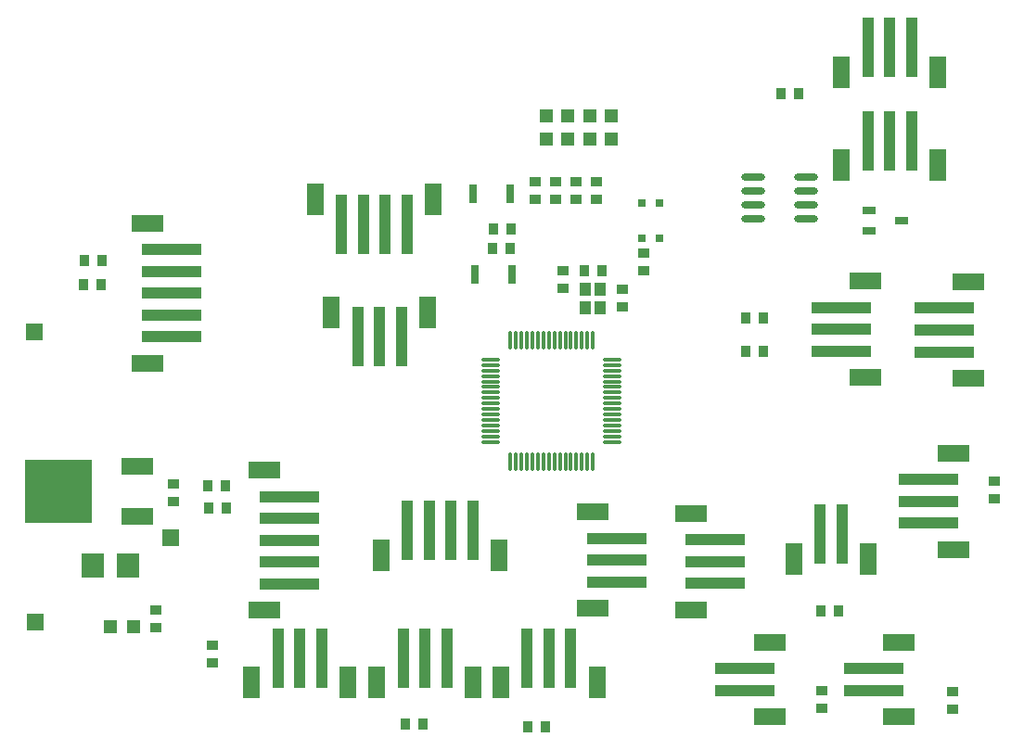
<source format=gtp>
G04*
G04 #@! TF.GenerationSoftware,Altium Limited,Altium Designer,18.1.7 (191)*
G04*
G04 Layer_Color=8421504*
%FSLAX25Y25*%
%MOIN*%
G70*
G01*
G75*
%ADD17R,0.03543X0.03937*%
%ADD18R,0.21654X0.03937*%
%ADD19R,0.11811X0.06299*%
%ADD20R,0.07874X0.08661*%
%ADD21R,0.06299X0.11811*%
%ADD22R,0.03937X0.21654*%
%ADD23R,0.03937X0.03543*%
%ADD24R,0.03150X0.06693*%
%ADD25R,0.06000X0.06000*%
%ADD26O,0.08661X0.02362*%
%ADD27R,0.04724X0.04724*%
%ADD28R,0.04528X0.02559*%
%ADD29R,0.04724X0.04724*%
%ADD30R,0.11811X0.06299*%
%ADD31R,0.24410X0.22835*%
%ADD32R,0.03937X0.04724*%
%ADD33O,0.01181X0.07087*%
%ADD34O,0.07087X0.01181*%
%ADD35R,0.06000X0.06000*%
%ADD36R,0.02953X0.02756*%
D17*
X293500Y184500D02*
D03*
X287201D02*
D03*
X293650Y196500D02*
D03*
X287350D02*
D03*
X171150Y50500D02*
D03*
X164850D02*
D03*
X215150Y49500D02*
D03*
X208850D02*
D03*
X196350Y221500D02*
D03*
X202650D02*
D03*
X100150Y136000D02*
D03*
X93850D02*
D03*
X100650Y128000D02*
D03*
X94350D02*
D03*
X49350Y208500D02*
D03*
X55650D02*
D03*
X49500Y217000D02*
D03*
X55799D02*
D03*
X299850Y277000D02*
D03*
X306150D02*
D03*
X314350Y91000D02*
D03*
X320650D02*
D03*
X196500Y228500D02*
D03*
X202799D02*
D03*
X229350Y213542D02*
D03*
X235650D02*
D03*
D18*
X358500Y200000D02*
D03*
Y192126D02*
D03*
Y184252D02*
D03*
X321500Y184500D02*
D03*
Y192374D02*
D03*
Y200248D02*
D03*
X123201Y100752D02*
D03*
Y108626D02*
D03*
Y116500D02*
D03*
Y124374D02*
D03*
Y132248D02*
D03*
X81000Y189626D02*
D03*
Y197500D02*
D03*
Y205374D02*
D03*
Y213248D02*
D03*
Y221122D02*
D03*
X276358Y100949D02*
D03*
Y108823D02*
D03*
Y116697D02*
D03*
X353000Y138374D02*
D03*
Y130500D02*
D03*
Y122626D02*
D03*
X287000Y70374D02*
D03*
Y62500D02*
D03*
X333299Y70374D02*
D03*
Y62500D02*
D03*
X240969Y117197D02*
D03*
Y109323D02*
D03*
Y101449D02*
D03*
D19*
X367358Y209449D02*
D03*
Y174803D02*
D03*
X330358Y175051D02*
D03*
Y209697D02*
D03*
X114343Y91303D02*
D03*
Y141697D02*
D03*
X72142Y180177D02*
D03*
Y230571D02*
D03*
X267500Y91500D02*
D03*
Y126146D02*
D03*
X361858Y147823D02*
D03*
Y113177D02*
D03*
X295858Y79823D02*
D03*
Y53051D02*
D03*
X342157Y79823D02*
D03*
Y53051D02*
D03*
X232111Y126646D02*
D03*
Y92000D02*
D03*
D20*
X65299Y107500D02*
D03*
X52701D02*
D03*
D21*
X154677Y65343D02*
D03*
X189323D02*
D03*
X173000Y198500D02*
D03*
X138354D02*
D03*
X132500Y239000D02*
D03*
X175020D02*
D03*
X233823Y65343D02*
D03*
X199177D02*
D03*
X321677Y251343D02*
D03*
X356323D02*
D03*
X144323Y65343D02*
D03*
X109677D02*
D03*
X331386Y109843D02*
D03*
X304614D02*
D03*
X198697Y111142D02*
D03*
X156177D02*
D03*
X321677Y284843D02*
D03*
X356323D02*
D03*
D22*
X164126Y74201D02*
D03*
X172000D02*
D03*
X179874D02*
D03*
X163551Y189642D02*
D03*
X155677D02*
D03*
X147803D02*
D03*
X141949Y230142D02*
D03*
X149823D02*
D03*
X157697D02*
D03*
X165571D02*
D03*
X224374Y74201D02*
D03*
X216500D02*
D03*
X208626D02*
D03*
X331126Y260201D02*
D03*
X339000D02*
D03*
X346874D02*
D03*
X134874Y74201D02*
D03*
X127000D02*
D03*
X119126D02*
D03*
X321937Y118701D02*
D03*
X314063D02*
D03*
X339000Y293701D02*
D03*
X331126D02*
D03*
X189248Y120000D02*
D03*
X181374D02*
D03*
X173500D02*
D03*
X165626D02*
D03*
X346874Y293701D02*
D03*
D23*
X95500Y78799D02*
D03*
Y72500D02*
D03*
X361500Y62150D02*
D03*
Y55850D02*
D03*
X314500Y56000D02*
D03*
Y62299D02*
D03*
X376500Y137799D02*
D03*
Y131500D02*
D03*
X221500Y207042D02*
D03*
Y213341D02*
D03*
X242972Y200388D02*
D03*
Y206687D02*
D03*
X250500Y213542D02*
D03*
Y219841D02*
D03*
X226214Y245353D02*
D03*
Y239054D02*
D03*
X218881Y245353D02*
D03*
Y239054D02*
D03*
X233547Y245353D02*
D03*
Y239054D02*
D03*
X211547Y245353D02*
D03*
Y239054D02*
D03*
X75406Y85089D02*
D03*
Y91389D02*
D03*
X81500Y130542D02*
D03*
Y136841D02*
D03*
D24*
X203193Y212000D02*
D03*
X189807D02*
D03*
X202693Y241000D02*
D03*
X189307D02*
D03*
D25*
X31500Y191500D02*
D03*
D26*
X308949Y232000D02*
D03*
Y237000D02*
D03*
Y242000D02*
D03*
Y247000D02*
D03*
X290051Y232000D02*
D03*
Y237000D02*
D03*
Y242000D02*
D03*
Y247000D02*
D03*
D27*
X58866Y85385D02*
D03*
X67134D02*
D03*
D28*
X331693Y227760D02*
D03*
Y235240D02*
D03*
X343307Y231500D02*
D03*
D29*
X223403Y260698D02*
D03*
Y268966D02*
D03*
X231102Y260698D02*
D03*
Y268966D02*
D03*
X238801Y260698D02*
D03*
Y268966D02*
D03*
X215705Y260698D02*
D03*
Y268966D02*
D03*
D30*
X68484Y125195D02*
D03*
Y143187D02*
D03*
D31*
X40217Y134191D02*
D03*
D32*
X234812Y206884D02*
D03*
Y200191D02*
D03*
X229694Y206884D02*
D03*
Y200191D02*
D03*
D33*
X232264Y188542D02*
D03*
X230295D02*
D03*
X228327D02*
D03*
X226358D02*
D03*
X224390D02*
D03*
X222421D02*
D03*
X220453D02*
D03*
X218484D02*
D03*
X216516D02*
D03*
X214547D02*
D03*
X212579D02*
D03*
X210610D02*
D03*
X208642D02*
D03*
X206673D02*
D03*
X204705D02*
D03*
X202736D02*
D03*
Y144841D02*
D03*
X204705D02*
D03*
X206673D02*
D03*
X208642D02*
D03*
X210610D02*
D03*
X212579D02*
D03*
X214547D02*
D03*
X216516D02*
D03*
X218484D02*
D03*
X220453D02*
D03*
X222421D02*
D03*
X224390D02*
D03*
X226358D02*
D03*
X228327D02*
D03*
X230295D02*
D03*
X232264D02*
D03*
D34*
X195650Y181455D02*
D03*
Y179487D02*
D03*
Y177518D02*
D03*
Y175549D02*
D03*
Y173581D02*
D03*
Y171613D02*
D03*
Y169644D02*
D03*
Y167675D02*
D03*
Y165707D02*
D03*
Y163739D02*
D03*
Y161770D02*
D03*
Y159801D02*
D03*
Y157833D02*
D03*
Y155865D02*
D03*
Y153896D02*
D03*
Y151927D02*
D03*
X239350D02*
D03*
Y153896D02*
D03*
Y155865D02*
D03*
Y157833D02*
D03*
Y159801D02*
D03*
Y161770D02*
D03*
Y163739D02*
D03*
Y165707D02*
D03*
Y167675D02*
D03*
Y169644D02*
D03*
Y171613D02*
D03*
Y173581D02*
D03*
Y175549D02*
D03*
Y177518D02*
D03*
Y179487D02*
D03*
Y181455D02*
D03*
D35*
X80500Y117500D02*
D03*
X32000Y87000D02*
D03*
D36*
X256283Y237774D02*
D03*
Y224979D02*
D03*
X249787D02*
D03*
Y237774D02*
D03*
M02*

</source>
